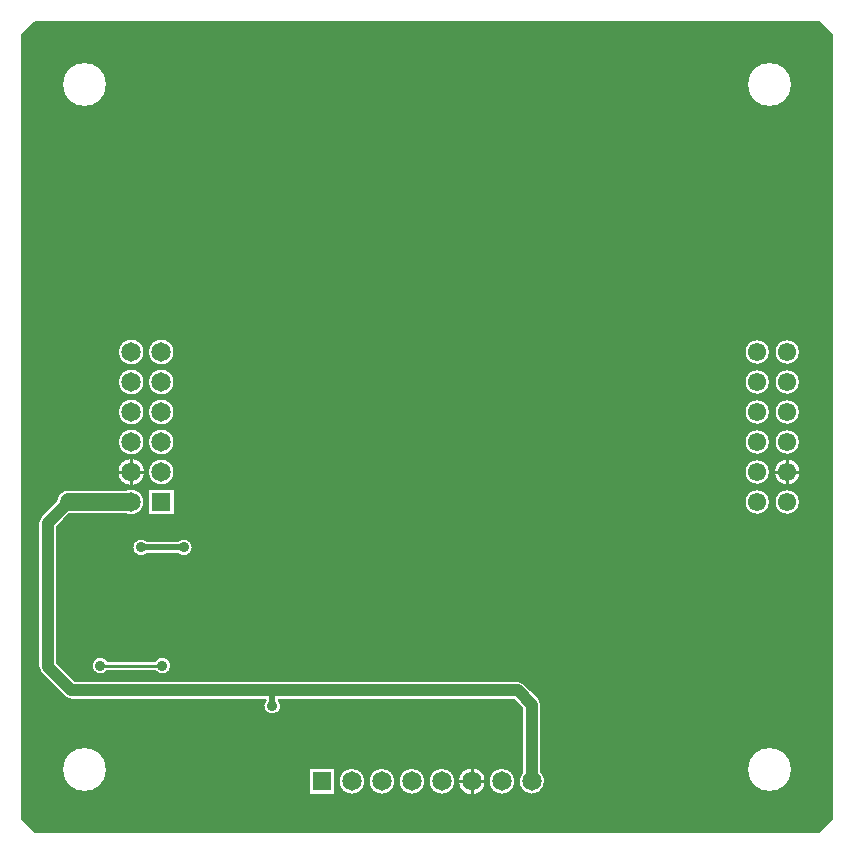
<source format=gbr>
G04 DesignSpark PCB PRO Gerber Version 10.0 Build 5299*
G04 #@! TF.Part,Single*
G04 #@! TF.FileFunction,Copper,L2,Bot*
G04 #@! TF.FilePolarity,Positive*
%FSLAX36Y36*%
%MOIN*%
G04 #@! TA.AperFunction,ComponentPad*
%ADD15R,0.06496X0.06496*%
G04 #@! TD.AperFunction*
%ADD10C,0.00787*%
%ADD14C,0.00984*%
%ADD11C,0.01000*%
%ADD73C,0.01969*%
G04 #@! TA.AperFunction,ViaPad*
%ADD12C,0.03543*%
G04 #@! TD.AperFunction*
%ADD13C,0.03937*%
%ADD100C,0.05906*%
G04 #@! TA.AperFunction,ViaPad*
%ADD101C,0.06000*%
G04 #@! TA.AperFunction,ComponentPad*
%ADD17C,0.06102*%
%ADD16C,0.06496*%
%ADD115C,0.39370*%
G04 #@! TD.AperFunction*
X0Y0D02*
D02*
D10*
X69744Y2689839D02*
Y73941D01*
X113311Y30374D01*
X2729209D01*
X2772776Y73941D01*
Y2689839D01*
X2729209Y2733406D01*
X113311D01*
X69744Y2689839D01*
X1802362Y231929D02*
G75*
G02*
X1770866Y156496I-31496J-31142D01*
G01*
G75*
G02*
X1739370Y231929I4J44291D01*
G01*
Y443646D01*
X1710575Y472441D01*
X927520D01*
G75*
G02*
X935039Y452756I-22008J-19685D01*
G01*
G75*
G02*
X875984I-29528J0D01*
G01*
G75*
G02*
X883504Y472441I29528J0D01*
G01*
X236220D01*
G75*
G02*
X213921Y481693I0J31496D01*
G01*
X135236Y560378D01*
G75*
G02*
X125984Y582677I22244J22299D01*
G01*
Y1062992D01*
G75*
G02*
X135236Y1085291I31496J0D01*
G01*
X185173Y1135228D01*
G75*
G02*
X226378Y1173228I41205J-3339D01*
G01*
X304756D01*
G75*
G02*
X317291I6268J-41343D01*
G01*
X419531D01*
G75*
G02*
X479724Y1131890I15902J-41339D01*
G01*
G75*
G02*
X419531Y1090551I-44291J0D01*
G01*
X317291D01*
G75*
G02*
X304756I-6268J41343D01*
G01*
X229583D01*
X188976Y1049945D01*
Y595724D01*
X249268Y535433D01*
X1723579D01*
G75*
G02*
X1745894Y526209I43J-31496D01*
G01*
X1793138Y478965D01*
G75*
G02*
X1802362Y456693I-22272J-22272D01*
G01*
G75*
G02*
Y456681I-13268J-4D01*
G01*
G75*
G02*
Y456650I-11953J-16D01*
G01*
Y231929D01*
X590594Y1001969D02*
G75*
G02*
X640197Y980315I20075J-21654D01*
G01*
G75*
G02*
X590594Y958661I-29528J0D01*
G01*
X488579D01*
G75*
G02*
X438976Y980315I-20075J21654D01*
G01*
G75*
G02*
X488579Y1001969I29528J0D01*
G01*
X590594D01*
X515039Y603346D02*
G75*
G02*
X568898Y586614I24331J-16732D01*
G01*
G75*
G02*
X515039Y569882I-29528J0D01*
G01*
X357008D01*
G75*
G02*
X303150Y586614I-24331J16732D01*
G01*
G75*
G02*
X357008Y603346I29528J0D01*
G01*
X515039D01*
X1026575Y245079D02*
X1115157D01*
Y156496D01*
X1026575D01*
Y245079D01*
X1126575Y200787D02*
G75*
G02*
X1215157I44291J0D01*
G01*
G75*
G02*
X1126575I-44291J0D01*
G01*
X1226575D02*
G75*
G02*
X1315157I44291J0D01*
G01*
G75*
G02*
X1226575I-44291J0D01*
G01*
X1326575D02*
G75*
G02*
X1415157I44291J0D01*
G01*
G75*
G02*
X1326575I-44291J0D01*
G01*
X1426575D02*
G75*
G02*
X1515157I44291J0D01*
G01*
G75*
G02*
X1426575I-44291J0D01*
G01*
X1524449D02*
G75*
G02*
X1617283I46417J0D01*
G01*
G75*
G02*
X1524449I-46417J0D01*
G01*
X1626575D02*
G75*
G02*
X1715157I44291J0D01*
G01*
G75*
G02*
X1626575I-44291J0D01*
G01*
X204724Y240157D02*
G75*
G02*
X354331I74803J0D01*
G01*
G75*
G02*
X204724I-74803J0D01*
G01*
Y2523622D02*
G75*
G02*
X354331I74803J0D01*
G01*
G75*
G02*
X204724I-74803J0D01*
G01*
X389016Y1231890D02*
G75*
G02*
X481850I46417J0D01*
G01*
G75*
G02*
X389016I-46417J0D01*
G01*
X391142Y1331890D02*
G75*
G02*
X479724I44291J0D01*
G01*
G75*
G02*
X391142I-44291J0D01*
G01*
Y1431890D02*
G75*
G02*
X479724I44291J0D01*
G01*
G75*
G02*
X391142I-44291J0D01*
G01*
Y1531890D02*
G75*
G02*
X479724I44291J0D01*
G01*
G75*
G02*
X391142I-44291J0D01*
G01*
Y1631890D02*
G75*
G02*
X479724I44291J0D01*
G01*
G75*
G02*
X391142I-44291J0D01*
G01*
X491142Y1176181D02*
X579724D01*
Y1087598D01*
X491142D01*
Y1176181D01*
Y1231890D02*
G75*
G02*
X579724I44291J0D01*
G01*
G75*
G02*
X491142I-44291J0D01*
G01*
Y1331890D02*
G75*
G02*
X579724I44291J0D01*
G01*
G75*
G02*
X491142I-44291J0D01*
G01*
Y1431890D02*
G75*
G02*
X579724I44291J0D01*
G01*
G75*
G02*
X491142I-44291J0D01*
G01*
Y1531890D02*
G75*
G02*
X579724I44291J0D01*
G01*
G75*
G02*
X491142I-44291J0D01*
G01*
Y1631890D02*
G75*
G02*
X579724I44291J0D01*
G01*
G75*
G02*
X491142I-44291J0D01*
G01*
X2479724Y1131890D02*
G75*
G02*
X2564370I42323J0D01*
G01*
G75*
G02*
X2479724I-42323J0D01*
G01*
X2488189Y240157D02*
G75*
G02*
X2637795I74803J0D01*
G01*
G75*
G02*
X2488189I-74803J0D01*
G01*
X2479724Y1231890D02*
G75*
G02*
X2564370I42323J0D01*
G01*
G75*
G02*
X2479724I-42323J0D01*
G01*
Y1331890D02*
G75*
G02*
X2564370I42323J0D01*
G01*
G75*
G02*
X2479724I-42323J0D01*
G01*
Y1431890D02*
G75*
G02*
X2564370I42323J0D01*
G01*
G75*
G02*
X2479724I-42323J0D01*
G01*
Y1531890D02*
G75*
G02*
X2564370I42323J0D01*
G01*
G75*
G02*
X2479724I-42323J0D01*
G01*
Y1631890D02*
G75*
G02*
X2564370I42323J0D01*
G01*
G75*
G02*
X2479724I-42323J0D01*
G01*
X2488189Y2523622D02*
G75*
G02*
X2637795I74803J0D01*
G01*
G75*
G02*
X2488189I-74803J0D01*
G01*
X2577598Y1231890D02*
G75*
G02*
X2666496I44449J0D01*
G01*
G75*
G02*
X2577598I-44449J0D01*
G01*
X2579724Y1131890D02*
G75*
G02*
X2664370I42323J0D01*
G01*
G75*
G02*
X2579724I-42323J0D01*
G01*
Y1331890D02*
G75*
G02*
X2664370I42323J0D01*
G01*
G75*
G02*
X2579724I-42323J0D01*
G01*
Y1431890D02*
G75*
G02*
X2664370I42323J0D01*
G01*
G75*
G02*
X2579724I-42323J0D01*
G01*
Y1531890D02*
G75*
G02*
X2664370I42323J0D01*
G01*
G75*
G02*
X2579724I-42323J0D01*
G01*
Y1631890D02*
G75*
G02*
X2664370I42323J0D01*
G01*
G75*
G02*
X2579724I-42323J0D01*
G01*
X73681Y200787D02*
G36*
X73681Y200787D02*
Y70004D01*
X109374Y34311D01*
X2733146D01*
X2768839Y70004D01*
Y200787D01*
X2626594D01*
G75*
G02*
X2499390I-63602J39370D01*
G01*
X1815157D01*
G75*
G02*
X1770866Y156496I-44291J0D01*
G01*
G75*
G02*
X1726575Y200787I0J44291D01*
G01*
X1715157D01*
G75*
G02*
X1626575I-44291J0D01*
G01*
X1617283D01*
G75*
G02*
X1524449I-46417J0D01*
G01*
X1515157D01*
G75*
G02*
X1426575I-44291J0D01*
G01*
X1415157D01*
G75*
G02*
X1326575I-44291J0D01*
G01*
X1315157D01*
G75*
G02*
X1226575I-44291J0D01*
G01*
X1215157D01*
G75*
G02*
X1126575I-44291J0D01*
G01*
X1115157D01*
Y156496D01*
X1026575D01*
Y200787D01*
X343130D01*
G75*
G02*
X215925I-63602J39370D01*
G01*
X73681D01*
G37*
Y586614D02*
G36*
X73681Y586614D02*
Y200787D01*
X215925D01*
G75*
G02*
X204724Y240157I63606J39374D01*
G01*
G75*
G02*
X354331I74803J0D01*
G01*
G75*
G02*
X343130Y200787I-74807J4D01*
G01*
X1026575D01*
Y245079D01*
X1115157D01*
Y200787D01*
X1126575D01*
G75*
G02*
X1215157I44291J0D01*
G01*
X1226575D01*
G75*
G02*
X1315157I44291J0D01*
G01*
X1326575D01*
G75*
G02*
X1415157I44291J0D01*
G01*
X1426575D01*
G75*
G02*
X1515157I44291J0D01*
G01*
X1524449D01*
G75*
G02*
X1617283I46417J0D01*
G01*
X1626575D01*
G75*
G02*
X1715157I44291J0D01*
G01*
X1726575D01*
G75*
G02*
Y200791I112787J4D01*
G01*
G75*
G02*
X1739370Y231929I44295J-4D01*
G01*
Y443646D01*
X1710575Y472441D01*
X927520D01*
G75*
G02*
X935039Y452756I-22024J-19693D01*
G01*
G75*
G02*
X875984I-29528J0D01*
G01*
G75*
G02*
X883504Y472441I29543J-8D01*
G01*
X236220D01*
G75*
G02*
X213921Y481693I4J31508D01*
G01*
X135236Y560378D01*
G75*
G02*
X125984Y582677I22256J22303D01*
G01*
Y586614D01*
X73681D01*
G37*
X198087D02*
G36*
X198087Y586614D02*
X249268Y535433D01*
X1723579D01*
G75*
G02*
X1745894Y526209I35J-31516D01*
G01*
X1793138Y478965D01*
G75*
G02*
X1802362Y456697I-22268J-22268D01*
G01*
G75*
G02*
Y456693I-56394J0D01*
G01*
Y456681D01*
Y456650D01*
Y231929D01*
G75*
G02*
X1815157Y200787I-31496J-31142D01*
G01*
X2499390D01*
G75*
G02*
X2488189Y240157I63606J39374D01*
G01*
G75*
G02*
X2637795I74803J0D01*
G01*
G75*
G02*
X2626594Y200787I-74807J4D01*
G01*
X2768839D01*
Y586614D01*
X568898D01*
G75*
G02*
X515039Y569882I-29528J4D01*
G01*
X357008D01*
G75*
G02*
X303150Y586614I-24331J16736D01*
G01*
X198087D01*
G37*
X73681Y666339D02*
G36*
X73681Y666339D02*
Y586614D01*
X125984D01*
Y666339D01*
X73681D01*
G37*
X188976D02*
G36*
X188976Y666339D02*
Y595724D01*
X198087Y586614D01*
X303150D01*
G75*
G02*
X357008Y603346I29528J-4D01*
G01*
X515039D01*
G75*
G02*
X568898Y586614I24331J-16736D01*
G01*
X2768839D01*
Y666339D01*
X188976D01*
G37*
X73681Y980315D02*
G36*
X73681Y980315D02*
Y666339D01*
X125984D01*
Y980315D01*
X73681D01*
G37*
X188976D02*
G36*
X188976Y980315D02*
Y666339D01*
X2768839D01*
Y980315D01*
X640197D01*
G75*
G02*
Y980311I-37594J0D01*
G01*
G75*
G02*
X590594Y958661I-29528J0D01*
G01*
X488579D01*
G75*
G02*
X438976Y980311I-20075J21650D01*
G01*
G75*
G02*
Y980315I37594J4D01*
G01*
X188976D01*
G37*
X73681Y1131890D02*
G36*
X73681Y1131890D02*
Y980315D01*
X125984D01*
Y1062992D01*
G75*
G02*
X135236Y1085291I31508J-4D01*
G01*
X181835Y1131890D01*
X73681D01*
G37*
X188976Y1049945D02*
G36*
X188976Y1049945D02*
Y980315D01*
X438976D01*
G75*
G02*
Y980319I37594J4D01*
G01*
G75*
G02*
X488579Y1001969I29528J0D01*
G01*
X590594D01*
G75*
G02*
X640197Y980319I20075J-21650D01*
G01*
G75*
G02*
Y980315I-37594J0D01*
G01*
X2768839D01*
Y1131890D01*
X2664370D01*
G75*
G02*
X2579724I-42323J0D01*
G01*
X2564370D01*
G75*
G02*
X2479724I-42323J0D01*
G01*
X579724D01*
Y1087598D01*
X491142D01*
Y1131890D01*
X479724D01*
G75*
G02*
Y1131886I-75193J0D01*
G01*
G75*
G02*
X419531Y1090551I-44287J0D01*
G01*
X317291D01*
G75*
G02*
X304756I-6268J41343D01*
G01*
X229583D01*
X188976Y1049945D01*
G37*
X73681Y1231890D02*
G36*
X73681Y1231890D02*
Y1131890D01*
X181835D01*
X185173Y1135228D01*
G75*
G02*
X226378Y1173228I41201J-3335D01*
G01*
X304756D01*
G75*
G02*
X317291I6268J-41343D01*
G01*
X419531D01*
G75*
G02*
X479724Y1131894I15906J-41335D01*
G01*
G75*
G02*
Y1131890I-75193J0D01*
G01*
X491142D01*
Y1176181D01*
X579724D01*
Y1131890D01*
X2479724D01*
G75*
G02*
X2564370I42323J0D01*
G01*
X2579724D01*
G75*
G02*
X2664370I42323J0D01*
G01*
X2768839D01*
Y1231890D01*
X2666496D01*
G75*
G02*
X2577598I-44449J0D01*
G01*
X2564370D01*
G75*
G02*
X2479724I-42323J0D01*
G01*
X579724D01*
G75*
G02*
X491142I-44291J0D01*
G01*
X481850D01*
G75*
G02*
X389016I-46417J0D01*
G01*
X73681D01*
G37*
Y1331890D02*
G36*
X73681Y1331890D02*
Y1231890D01*
X389016D01*
G75*
G02*
X481850I46417J0D01*
G01*
X491142D01*
G75*
G02*
X579724I44291J0D01*
G01*
X2479724D01*
G75*
G02*
X2564370I42323J0D01*
G01*
X2577598D01*
G75*
G02*
X2666496I44449J0D01*
G01*
X2768839D01*
Y1331890D01*
X2664370D01*
G75*
G02*
X2579724I-42323J0D01*
G01*
X2564370D01*
G75*
G02*
X2479724I-42323J0D01*
G01*
X579724D01*
G75*
G02*
X491142I-44291J0D01*
G01*
X479724D01*
G75*
G02*
X391142I-44291J0D01*
G01*
X73681D01*
G37*
Y1431890D02*
G36*
X73681Y1431890D02*
Y1331890D01*
X391142D01*
G75*
G02*
X479724I44291J0D01*
G01*
X491142D01*
G75*
G02*
X579724I44291J0D01*
G01*
X2479724D01*
G75*
G02*
X2564370I42323J0D01*
G01*
X2579724D01*
G75*
G02*
X2664370I42323J0D01*
G01*
X2768839D01*
Y1431890D01*
X2664370D01*
G75*
G02*
X2579724I-42323J0D01*
G01*
X2564370D01*
G75*
G02*
X2479724I-42323J0D01*
G01*
X579724D01*
G75*
G02*
X491142I-44291J0D01*
G01*
X479724D01*
G75*
G02*
X391142I-44291J0D01*
G01*
X73681D01*
G37*
Y1531890D02*
G36*
X73681Y1531890D02*
Y1431890D01*
X391142D01*
G75*
G02*
X479724I44291J0D01*
G01*
X491142D01*
G75*
G02*
X579724I44291J0D01*
G01*
X2479724D01*
G75*
G02*
X2564370I42323J0D01*
G01*
X2579724D01*
G75*
G02*
X2664370I42323J0D01*
G01*
X2768839D01*
Y1531890D01*
X2664370D01*
G75*
G02*
X2579724I-42323J0D01*
G01*
X2564370D01*
G75*
G02*
X2479724I-42323J0D01*
G01*
X579724D01*
G75*
G02*
X491142I-44291J0D01*
G01*
X479724D01*
G75*
G02*
X391142I-44291J0D01*
G01*
X73681D01*
G37*
Y1631890D02*
G36*
X73681Y1631890D02*
Y1531890D01*
X391142D01*
G75*
G02*
X479724I44291J0D01*
G01*
X491142D01*
G75*
G02*
X579724I44291J0D01*
G01*
X2479724D01*
G75*
G02*
X2564370I42323J0D01*
G01*
X2579724D01*
G75*
G02*
X2664370I42323J0D01*
G01*
X2768839D01*
Y1631890D01*
X2664370D01*
G75*
G02*
X2579724I-42323J0D01*
G01*
X2564370D01*
G75*
G02*
X2479724I-42323J0D01*
G01*
X579724D01*
G75*
G02*
X491142I-44291J0D01*
G01*
X479724D01*
G75*
G02*
X391142I-44291J0D01*
G01*
X73681D01*
G37*
Y2523622D02*
G36*
X73681Y2523622D02*
Y1631890D01*
X391142D01*
G75*
G02*
X479724I44291J0D01*
G01*
X491142D01*
G75*
G02*
X579724I44291J0D01*
G01*
X2479724D01*
G75*
G02*
X2564370I42323J0D01*
G01*
X2579724D01*
G75*
G02*
X2664370I42323J0D01*
G01*
X2768839D01*
Y2523622D01*
X2637795D01*
G75*
G02*
X2488189I-74803J0D01*
G01*
X354331D01*
G75*
G02*
X204724I-74803J0D01*
G01*
X73681D01*
G37*
Y2693776D02*
G36*
X73681Y2693776D02*
Y2523622D01*
X204724D01*
G75*
G02*
X354331I74803J0D01*
G01*
X2488189D01*
G75*
G02*
X2637795I74803J0D01*
G01*
X2768839D01*
Y2693776D01*
X2733146Y2729469D01*
X109374D01*
X73681Y2693776D01*
G37*
D02*
D11*
X407953Y1231890D02*
X387953D01*
X435433Y1204409D02*
Y1184409D01*
Y1259370D02*
Y1279370D01*
X462913Y1231890D02*
X482913D01*
X1543386Y200787D02*
X1523386D01*
X1570866Y173307D02*
Y153307D01*
Y228268D02*
Y248268D01*
X1598346Y200787D02*
X1618346D01*
X2596535Y1231890D02*
X2576535D01*
X2622047Y1206378D02*
Y1186378D01*
Y1257402D02*
Y1277402D01*
X2647559Y1231890D02*
X2667559D01*
D02*
D12*
X157480Y845472D03*
X224409Y964567D03*
X242520Y680709D03*
X330709Y775591D03*
Y838583D03*
X332677Y586614D03*
X468504Y980315D03*
X538189Y456693D03*
X539370Y586614D03*
X610669Y980315D03*
X618110Y326772D03*
X633858Y669291D03*
Y1303150D03*
Y1850394D03*
Y2169291D03*
X681102Y889764D03*
X724409Y452756D03*
X763780Y1031496D03*
X905512Y452756D03*
X952756Y629921D03*
X976378Y1070866D03*
X996063Y952756D03*
X1027559Y669291D03*
Y988189D03*
Y1303150D03*
Y1850394D03*
Y2169291D03*
Y2562992D03*
X1169291Y2393701D03*
X1421260Y669291D03*
Y988189D03*
Y1303150D03*
X1814961Y669291D03*
Y988189D03*
Y1303150D03*
Y1850394D03*
Y2169291D03*
Y2562992D03*
X2208661Y669291D03*
Y988189D03*
Y1303150D03*
Y1850394D03*
Y2169291D03*
Y2562992D03*
D02*
D13*
X157480Y845472D02*
Y582677D01*
X236220Y503937D01*
X905512D01*
X157480Y944882D02*
Y845472D01*
X226378Y1131890D02*
X157480Y1062992D01*
Y944882D01*
X905512Y503937D02*
X1723622D01*
X1770866Y456693D01*
Y200787D01*
D02*
D14*
X539370Y586614D02*
X332677D01*
D02*
D15*
X535433Y1131890D03*
X1070866Y200787D03*
D02*
D16*
X435433Y1131890D03*
Y1231890D03*
Y1331890D03*
Y1431890D03*
Y1531890D03*
Y1631890D03*
X535433Y1231890D03*
Y1331890D03*
Y1431890D03*
Y1531890D03*
Y1631890D03*
X1170866Y200787D03*
X1270866D03*
X1370866D03*
X1470866D03*
X1570866D03*
X1670866D03*
X1770866D03*
D02*
D17*
X2522047Y1131890D03*
Y1231890D03*
Y1331890D03*
Y1431890D03*
Y1531890D03*
Y1631890D03*
X2622047Y1131890D03*
Y1231890D03*
Y1331890D03*
Y1431890D03*
Y1531890D03*
Y1631890D03*
D02*
D73*
X468504Y980315D02*
X610669D01*
X905512Y452756D02*
Y503937D01*
X1421260Y1915157D02*
X1462795D01*
X1478346Y1899606D01*
D02*
D100*
X435433Y1131890D02*
X226378D01*
D02*
D101*
X311024D03*
D02*
D115*
X1421260Y1915157D03*
X0Y0D02*
M02*

</source>
